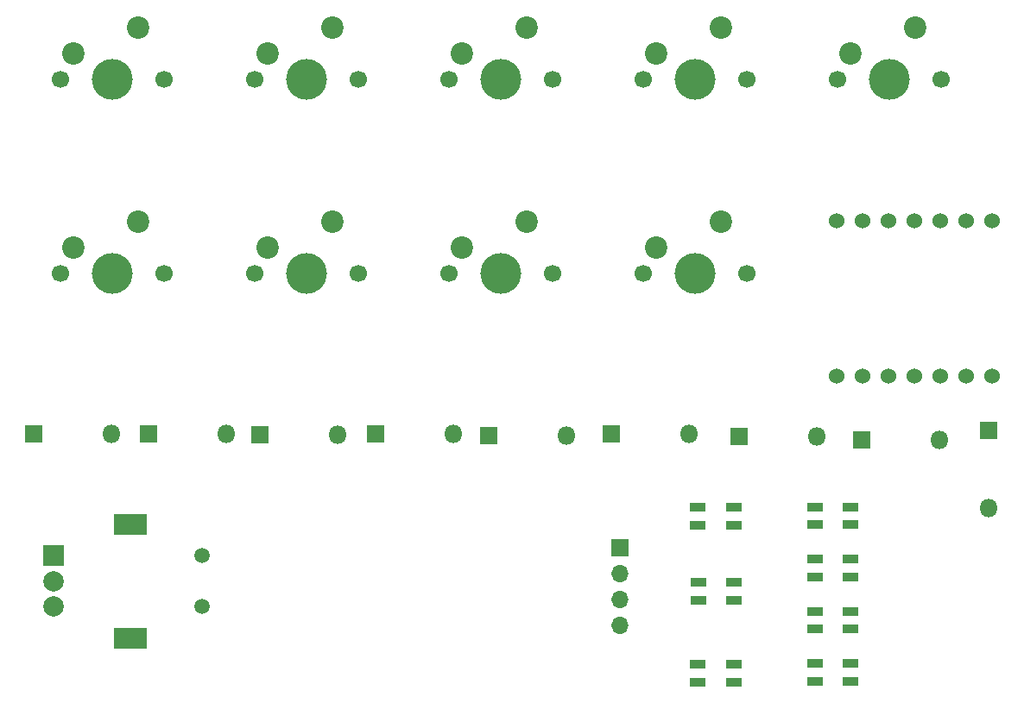
<source format=gbr>
%TF.GenerationSoftware,KiCad,Pcbnew,9.0.1*%
%TF.CreationDate,2025-05-27T18:47:11-04:00*%
%TF.ProjectId,hackpad,6861636b-7061-4642-9e6b-696361645f70,rev?*%
%TF.SameCoordinates,Original*%
%TF.FileFunction,Soldermask,Top*%
%TF.FilePolarity,Negative*%
%FSLAX46Y46*%
G04 Gerber Fmt 4.6, Leading zero omitted, Abs format (unit mm)*
G04 Created by KiCad (PCBNEW 9.0.1) date 2025-05-27 18:47:11*
%MOMM*%
%LPD*%
G01*
G04 APERTURE LIST*
%ADD10R,1.800000X1.800000*%
%ADD11O,1.800000X1.800000*%
%ADD12C,1.700000*%
%ADD13C,4.000000*%
%ADD14C,2.200000*%
%ADD15R,1.600000X0.850000*%
%ADD16R,1.700000X1.700000*%
%ADD17O,1.700000X1.700000*%
%ADD18C,1.500000*%
%ADD19R,2.000000X2.000000*%
%ADD20C,2.000000*%
%ADD21R,3.200000X2.000000*%
%ADD22C,1.524000*%
G04 APERTURE END LIST*
D10*
%TO.C,D7*%
X70990000Y-77600000D03*
D11*
X78610000Y-77600000D03*
%TD*%
D12*
%TO.C,SW5*%
X116363750Y-42862500D03*
D13*
X121443750Y-42862500D03*
D12*
X126523750Y-42862500D03*
D14*
X123983750Y-37782500D03*
X117633750Y-40322500D03*
%TD*%
D15*
%TO.C,D3*%
X114100000Y-95030000D03*
X114100000Y-96780000D03*
X117600000Y-96780000D03*
X117600000Y-95030000D03*
%TD*%
D10*
%TO.C,D12*%
X48790000Y-77600000D03*
D11*
X56410000Y-77600000D03*
%TD*%
D10*
%TO.C,D10*%
X94163750Y-77600000D03*
D11*
X101783750Y-77600000D03*
%TD*%
D12*
%TO.C,SW9*%
X97313750Y-61912500D03*
D13*
X102393750Y-61912500D03*
D12*
X107473750Y-61912500D03*
D14*
X104933750Y-56832500D03*
X98583750Y-59372500D03*
%TD*%
D10*
%TO.C,D11*%
X82080000Y-77800000D03*
D11*
X89700000Y-77800000D03*
%TD*%
D12*
%TO.C,SW2*%
X59213750Y-42862500D03*
D13*
X64293750Y-42862500D03*
D12*
X69373750Y-42862500D03*
D14*
X66833750Y-37782500D03*
X60483750Y-40322500D03*
%TD*%
D16*
%TO.C,J1*%
X95000000Y-88790000D03*
D17*
X95000000Y-91330000D03*
X95000000Y-93870000D03*
X95000000Y-96410000D03*
%TD*%
D10*
%TO.C,D9*%
X118690000Y-78200000D03*
D11*
X126310000Y-78200000D03*
%TD*%
D12*
%TO.C,SW3*%
X78263750Y-42862500D03*
D13*
X83343750Y-42862500D03*
D12*
X88423750Y-42862500D03*
D14*
X85883750Y-37782500D03*
X79533750Y-40322500D03*
%TD*%
D12*
%TO.C,SW1*%
X40163750Y-42862500D03*
D13*
X45243750Y-42862500D03*
D12*
X50323750Y-42862500D03*
D14*
X47783750Y-37782500D03*
X41433750Y-40322500D03*
%TD*%
D12*
%TO.C,SW7*%
X59213750Y-61912500D03*
D13*
X64293750Y-61912500D03*
D12*
X69373750Y-61912500D03*
D14*
X66833750Y-56832500D03*
X60483750Y-59372500D03*
%TD*%
D15*
%TO.C,D2*%
X114100000Y-89910000D03*
X114100000Y-91660000D03*
X117600000Y-91660000D03*
X117600000Y-89910000D03*
%TD*%
%TO.C,D14*%
X102650000Y-84825000D03*
X102650000Y-86575000D03*
X106150000Y-86575000D03*
X106150000Y-84825000D03*
%TD*%
D10*
%TO.C,D13*%
X131100000Y-77300000D03*
D11*
X131100000Y-84920000D03*
%TD*%
D15*
%TO.C,D16*%
X102650000Y-100225000D03*
X102650000Y-101975000D03*
X106150000Y-101975000D03*
X106150000Y-100225000D03*
%TD*%
D12*
%TO.C,SW4*%
X97313750Y-42862500D03*
D13*
X102393750Y-42862500D03*
D12*
X107473750Y-42862500D03*
D14*
X104933750Y-37782500D03*
X98583750Y-40322500D03*
%TD*%
D15*
%TO.C,D15*%
X102700000Y-92230000D03*
X102700000Y-93980000D03*
X106200000Y-93980000D03*
X106200000Y-92230000D03*
%TD*%
D12*
%TO.C,SW8*%
X78263750Y-61912500D03*
D13*
X83343750Y-61912500D03*
D12*
X88423750Y-61912500D03*
D14*
X85883750Y-56832500D03*
X79533750Y-59372500D03*
%TD*%
D10*
%TO.C,D6*%
X106680000Y-77900000D03*
D11*
X114300000Y-77900000D03*
%TD*%
D10*
%TO.C,D5*%
X37490000Y-77600000D03*
D11*
X45110000Y-77600000D03*
%TD*%
D18*
%TO.C,SW10*%
X53975000Y-89600000D03*
X53975000Y-94600000D03*
D19*
X39475000Y-89600000D03*
D20*
X39475000Y-94600000D03*
X39475000Y-92100000D03*
D21*
X46975000Y-86500000D03*
X46975000Y-97700000D03*
%TD*%
D15*
%TO.C,D1*%
X114100000Y-84790000D03*
X114100000Y-86540000D03*
X117600000Y-86540000D03*
X117600000Y-84790000D03*
%TD*%
%TO.C,D4*%
X114100000Y-100150000D03*
X114100000Y-101900000D03*
X117600000Y-101900000D03*
X117600000Y-100150000D03*
%TD*%
D12*
%TO.C,SW6*%
X40163750Y-61912500D03*
D13*
X45243750Y-61912500D03*
D12*
X50323750Y-61912500D03*
D14*
X47783750Y-56832500D03*
X41433750Y-59372500D03*
%TD*%
D10*
%TO.C,D8*%
X59680000Y-77700000D03*
D11*
X67300000Y-77700000D03*
%TD*%
D22*
%TO.C,U1*%
X131445000Y-71913750D03*
X128905000Y-71913750D03*
X126365000Y-71913750D03*
X123825000Y-71913750D03*
X121285000Y-71913750D03*
X118745000Y-71913750D03*
X116205000Y-71913750D03*
X116205000Y-56673750D03*
X118745000Y-56673750D03*
X121285000Y-56673750D03*
X123825000Y-56673750D03*
X126365000Y-56673750D03*
X128905000Y-56673750D03*
X131445000Y-56673750D03*
%TD*%
M02*

</source>
